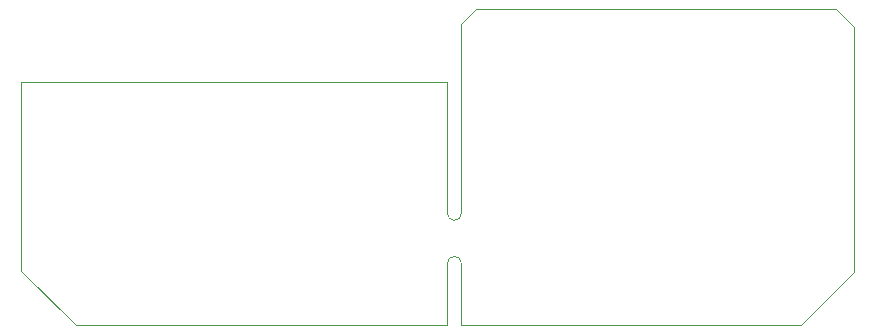
<source format=gbr>
%TF.GenerationSoftware,KiCad,Pcbnew,8.0.0-1.fc39*%
%TF.CreationDate,2024-05-13T23:25:18+02:00*%
%TF.ProjectId,radio433,72616469-6f34-4333-932e-6b696361645f,rev?*%
%TF.SameCoordinates,Original*%
%TF.FileFunction,Profile,NP*%
%FSLAX46Y46*%
G04 Gerber Fmt 4.6, Leading zero omitted, Abs format (unit mm)*
G04 Created by KiCad (PCBNEW 8.0.0-1.fc39) date 2024-05-13 23:25:18*
%MOMM*%
%LPD*%
G01*
G04 APERTURE LIST*
%TA.AperFunction,Profile*%
%ADD10C,0.100000*%
%TD*%
G04 APERTURE END LIST*
D10*
X253000000Y-105500000D02*
X257490000Y-101000000D01*
X224250000Y-79940000D02*
X225500000Y-78690000D01*
X191590000Y-105500000D02*
X187000000Y-100910000D01*
X224250000Y-96000000D02*
X224250000Y-79940000D01*
X225500000Y-78690000D02*
X255990000Y-78690000D01*
X187000000Y-84860000D02*
X187000000Y-100910000D01*
X224250000Y-96000000D02*
G75*
G02*
X223050000Y-96000000I-600000J0D01*
G01*
X191590000Y-105500000D02*
X223050000Y-105500000D01*
X253000000Y-105500000D02*
X224250000Y-105500000D01*
X224250000Y-105500000D02*
X224250000Y-100250000D01*
X223050000Y-84860000D02*
X187000000Y-84860000D01*
X255990000Y-78690000D02*
X257490000Y-80190000D01*
X257490000Y-80190000D02*
X257490000Y-101000000D01*
X223050000Y-105500000D02*
X223050000Y-100250000D01*
X223050000Y-96000000D02*
X223050000Y-84860000D01*
X223050000Y-100250000D02*
G75*
G02*
X224250000Y-100250000I600000J0D01*
G01*
M02*

</source>
